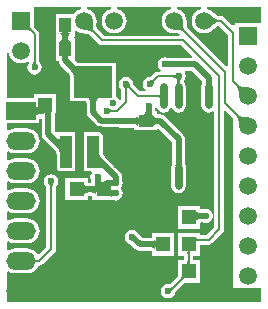
<source format=gbl>
G04 Layer_Physical_Order=2*
G04 Layer_Color=16711680*
%FSLAX44Y44*%
%MOMM*%
G71*
G01*
G75*
%ADD11R,1.3000X1.0000*%
%ADD12C,0.5000*%
%ADD13C,0.2000*%
%ADD15R,1.5000X1.5000*%
%ADD16C,1.5000*%
%ADD17O,2.5000X1.5000*%
%ADD18R,2.5000X1.5000*%
%ADD19C,0.6000*%
%ADD20R,1.0000X2.7000*%
%ADD21R,3.3000X2.7000*%
%ADD22O,0.6000X2.2000*%
%ADD23R,1.2500X1.3000*%
%ADD24R,1.3000X1.2500*%
%ADD25R,1.0000X1.3000*%
G36*
X199663Y-95318D02*
X200131Y-95606D01*
X200684Y-95859D01*
X201322Y-96077D01*
X202046Y-96259D01*
X202854Y-96406D01*
X203747Y-96517D01*
X205787Y-96635D01*
X206935Y-96640D01*
X199510Y-104065D01*
X199505Y-102917D01*
X199387Y-100877D01*
X199276Y-99984D01*
X199129Y-99176D01*
X198947Y-98453D01*
X198729Y-97814D01*
X198476Y-97261D01*
X198188Y-96793D01*
X197865Y-96409D01*
X199279Y-94995D01*
X199663Y-95318D01*
D02*
G37*
G36*
X27729Y-86915D02*
X27880Y-87340D01*
X28132Y-87715D01*
X28484Y-88040D01*
X28937Y-88315D01*
X29490Y-88540D01*
X30144Y-88715D01*
X30898Y-88840D01*
X31754Y-88915D01*
X32710Y-88940D01*
Y-93940D01*
X31754Y-93965D01*
X30898Y-94040D01*
X30144Y-94165D01*
X29490Y-94340D01*
X28937Y-94565D01*
X28484Y-94840D01*
X28132Y-95165D01*
X27880Y-95540D01*
X27729Y-95965D01*
X27679Y-96440D01*
Y-86440D01*
X27729Y-86915D01*
D02*
G37*
G36*
X114180Y-104920D02*
X114130Y-104450D01*
X113981Y-104031D01*
X113730Y-103660D01*
X113380Y-103339D01*
X112930Y-103067D01*
X112381Y-102845D01*
X111730Y-102672D01*
X110981Y-102549D01*
X110131Y-102475D01*
X109180Y-102450D01*
Y-97450D01*
X110131Y-97425D01*
X110981Y-97351D01*
X111730Y-97228D01*
X112381Y-97055D01*
X112930Y-96833D01*
X113380Y-96561D01*
X113730Y-96240D01*
X113981Y-95870D01*
X114130Y-95450D01*
X114180Y-94980D01*
Y-104920D01*
D02*
G37*
G36*
X127170Y-95450D02*
X127319Y-95870D01*
X127570Y-96240D01*
X127920Y-96561D01*
X128370Y-96833D01*
X128919Y-97055D01*
X129570Y-97228D01*
X130319Y-97351D01*
X131170Y-97425D01*
X132120Y-97450D01*
Y-102450D01*
X131170Y-102475D01*
X130319Y-102549D01*
X129570Y-102672D01*
X128919Y-102845D01*
X128370Y-103067D01*
X127920Y-103339D01*
X127570Y-103660D01*
X127319Y-104031D01*
X127170Y-104450D01*
X127120Y-104920D01*
Y-94980D01*
X127170Y-95450D01*
D02*
G37*
G36*
X41758Y-90490D02*
X41515Y-90639D01*
X41301Y-90890D01*
X41115Y-91240D01*
X40957Y-91690D01*
X40829Y-92240D01*
X40729Y-92889D01*
X40657Y-93639D01*
X40600Y-95440D01*
X35600D01*
X35575Y-94489D01*
X35500Y-93639D01*
X35375Y-92889D01*
X35200Y-92240D01*
X34975Y-91690D01*
X34700Y-91240D01*
X34375Y-90890D01*
X34000Y-90639D01*
X33575Y-90490D01*
X33100Y-90440D01*
X42030D01*
X41758Y-90490D01*
D02*
G37*
G36*
X80725Y-80540D02*
X80300Y-80689D01*
X79925Y-80940D01*
X79600Y-81290D01*
X79325Y-81740D01*
X79100Y-82289D01*
X78925Y-82940D01*
X78800Y-83689D01*
X78725Y-84539D01*
X78700Y-85490D01*
X73700D01*
X73675Y-84539D01*
X73600Y-83689D01*
X73475Y-82940D01*
X73300Y-82289D01*
X73075Y-81740D01*
X72800Y-81290D01*
X72475Y-80940D01*
X72100Y-80689D01*
X71675Y-80540D01*
X71200Y-80490D01*
X81200D01*
X80725Y-80540D01*
D02*
G37*
G36*
X132925Y-81030D02*
X132905Y-80840D01*
X132844Y-80670D01*
X132743Y-80520D01*
X132600Y-80390D01*
X132418Y-80280D01*
X132194Y-80190D01*
X131930Y-80120D01*
X131626Y-80070D01*
X131281Y-80040D01*
X130895Y-80030D01*
Y-78030D01*
X131281Y-78020D01*
X131626Y-77990D01*
X131930Y-77940D01*
X132194Y-77870D01*
X132418Y-77780D01*
X132600Y-77670D01*
X132743Y-77540D01*
X132844Y-77390D01*
X132905Y-77220D01*
X132925Y-77030D01*
Y-81030D01*
D02*
G37*
G36*
X125704Y-90931D02*
X125819Y-92530D01*
X125919Y-93181D01*
X126047Y-93730D01*
X126205Y-94180D01*
X126390Y-94530D01*
X126605Y-94781D01*
X126848Y-94930D01*
X127120Y-94980D01*
X118190D01*
X118665Y-94930D01*
X119090Y-94781D01*
X119465Y-94530D01*
X119790Y-94180D01*
X120065Y-93730D01*
X120290Y-93181D01*
X120465Y-92530D01*
X120590Y-91781D01*
X120665Y-90931D01*
X120690Y-89980D01*
X125690D01*
X125704Y-90931D01*
D02*
G37*
G36*
X89991Y-89549D02*
X90217Y-89736D01*
X90449Y-89901D01*
X90688Y-90044D01*
X90933Y-90165D01*
X91185Y-90264D01*
X91443Y-90341D01*
X91708Y-90396D01*
X91980Y-90429D01*
X92258Y-90440D01*
Y-92440D01*
X91980Y-92451D01*
X91708Y-92484D01*
X91443Y-92539D01*
X91185Y-92616D01*
X90933Y-92715D01*
X90688Y-92836D01*
X90449Y-92979D01*
X90217Y-93144D01*
X89991Y-93331D01*
X89772Y-93540D01*
Y-89340D01*
X89991Y-89549D01*
D02*
G37*
G36*
X48261Y-128122D02*
X48225Y-127420D01*
X48118Y-126717D01*
X47940Y-126013D01*
X47690Y-125308D01*
X47369Y-124601D01*
X46977Y-123893D01*
X46514Y-123185D01*
X45979Y-122474D01*
X45373Y-121763D01*
X44695Y-121051D01*
Y-113979D01*
X45373Y-114621D01*
X45979Y-115120D01*
X46514Y-115477D01*
X46977Y-115691D01*
X47369Y-115762D01*
X47690Y-115691D01*
X47940Y-115477D01*
X48118Y-115120D01*
X48225Y-114621D01*
X48261Y-113979D01*
Y-128122D01*
D02*
G37*
G36*
X158060Y-219246D02*
X158090Y-219592D01*
X158140Y-219896D01*
X158210Y-220160D01*
X158300Y-220383D01*
X158410Y-220566D01*
X158540Y-220708D01*
X158690Y-220810D01*
X158860Y-220871D01*
X159050Y-220891D01*
X155050D01*
X155240Y-220871D01*
X155410Y-220810D01*
X155560Y-220708D01*
X155690Y-220566D01*
X155800Y-220383D01*
X155890Y-220160D01*
X155960Y-219896D01*
X156010Y-219592D01*
X156040Y-219246D01*
X156050Y-218860D01*
X158050D01*
X158060Y-219246D01*
D02*
G37*
G36*
X27432Y-216637D02*
X27499Y-216806D01*
X27611Y-216954D01*
X27768Y-217083D01*
X27969Y-217192D01*
X28215Y-217281D01*
X28506Y-217351D01*
X28842Y-217400D01*
X29222Y-217430D01*
X29647Y-217440D01*
Y-219440D01*
X29222Y-219450D01*
X28842Y-219480D01*
X28506Y-219529D01*
X28215Y-219599D01*
X27969Y-219688D01*
X27768Y-219797D01*
X27611Y-219926D01*
X27499Y-220074D01*
X27432Y-220243D01*
X27410Y-220431D01*
Y-216449D01*
X27432Y-216637D01*
D02*
G37*
G36*
X143958Y-242267D02*
X143777Y-242458D01*
X143605Y-242661D01*
X143443Y-242876D01*
X143291Y-243103D01*
X143013Y-243591D01*
X142889Y-243853D01*
X142668Y-244412D01*
X142571Y-244709D01*
X140627Y-240987D01*
X140893Y-241059D01*
X141153Y-241102D01*
X141407Y-241115D01*
X141656Y-241099D01*
X141898Y-241052D01*
X142134Y-240976D01*
X142365Y-240870D01*
X142590Y-240735D01*
X142808Y-240570D01*
X143021Y-240375D01*
X143958Y-242267D01*
D02*
G37*
G36*
X153839Y-233769D02*
X153678Y-233667D01*
X153490Y-233620D01*
X153275Y-233627D01*
X153033Y-233689D01*
X152764Y-233806D01*
X152467Y-233978D01*
X152144Y-234205D01*
X151793Y-234487D01*
X151011Y-235214D01*
X149416Y-233979D01*
X149823Y-233559D01*
X150462Y-232809D01*
X150694Y-232480D01*
X150868Y-232182D01*
X150983Y-231914D01*
X151040Y-231677D01*
X151039Y-231471D01*
X150979Y-231296D01*
X150861Y-231151D01*
X153839Y-233769D01*
D02*
G37*
G36*
X158860Y-210929D02*
X158690Y-210990D01*
X158540Y-211092D01*
X158410Y-211234D01*
X158300Y-211417D01*
X158210Y-211640D01*
X158140Y-211904D01*
X158090Y-212208D01*
X158060Y-212554D01*
X158050Y-212939D01*
X156050D01*
X156040Y-212554D01*
X156010Y-212208D01*
X155960Y-211904D01*
X155890Y-211640D01*
X155800Y-211417D01*
X155690Y-211234D01*
X155560Y-211092D01*
X155410Y-210990D01*
X155240Y-210929D01*
X155050Y-210909D01*
X159050D01*
X158860Y-210929D01*
D02*
G37*
G36*
X42531Y-153491D02*
X42344Y-153717D01*
X42179Y-153949D01*
X42036Y-154188D01*
X41915Y-154433D01*
X41816Y-154685D01*
X41739Y-154943D01*
X41684Y-155209D01*
X41651Y-155480D01*
X41640Y-155758D01*
X39640D01*
X39629Y-155480D01*
X39596Y-155209D01*
X39541Y-154943D01*
X39464Y-154685D01*
X39365Y-154433D01*
X39244Y-154188D01*
X39101Y-153949D01*
X38936Y-153717D01*
X38749Y-153491D01*
X38540Y-153272D01*
X42740D01*
X42531Y-153491D01*
D02*
G37*
G36*
X151094Y-133350D02*
X151342Y-137717D01*
X151408Y-138026D01*
X151483Y-138255D01*
X145697D01*
X145772Y-138026D01*
X145838Y-137717D01*
X145897Y-137330D01*
X145992Y-136319D01*
X146074Y-134211D01*
X146090Y-132410D01*
X151090D01*
X151094Y-133350D01*
D02*
G37*
G36*
X163290Y-198850D02*
X163349Y-199020D01*
X163449Y-199170D01*
X163589Y-199300D01*
X163769Y-199410D01*
X163990Y-199500D01*
X164249Y-199570D01*
X164550Y-199620D01*
X164890Y-199650D01*
X165270Y-199660D01*
Y-201660D01*
X164890Y-201670D01*
X164550Y-201700D01*
X164249Y-201750D01*
X163990Y-201820D01*
X163769Y-201910D01*
X163589Y-202020D01*
X163449Y-202150D01*
X163349Y-202300D01*
X163290Y-202470D01*
X163270Y-202660D01*
Y-198660D01*
X163290Y-198850D01*
D02*
G37*
G36*
X163289Y-175815D02*
X163440Y-176240D01*
X163692Y-176615D01*
X164044Y-176940D01*
X164497Y-177215D01*
X165050Y-177440D01*
X165704Y-177615D01*
X166458Y-177740D01*
X167314Y-177815D01*
X168270Y-177840D01*
Y-182840D01*
X167314Y-182865D01*
X166458Y-182940D01*
X165704Y-183065D01*
X165050Y-183240D01*
X164497Y-183465D01*
X164044Y-183740D01*
X163692Y-184065D01*
X163440Y-184440D01*
X163289Y-184865D01*
X163239Y-185340D01*
Y-175340D01*
X163289Y-175815D01*
D02*
G37*
G36*
X176352Y-10797D02*
X177878Y-12157D01*
X178588Y-12710D01*
X179263Y-13177D01*
X179903Y-13560D01*
X180508Y-13858D01*
X181078Y-14070D01*
X181613Y-14197D01*
X182113Y-14240D01*
Y-16240D01*
X181613Y-16283D01*
X181078Y-16410D01*
X180508Y-16623D01*
X179903Y-16920D01*
X179263Y-17303D01*
X178588Y-17770D01*
X177878Y-18322D01*
X176352Y-19683D01*
X175536Y-20490D01*
Y-9990D01*
X176352Y-10797D01*
D02*
G37*
G36*
X22596Y-20037D02*
X22540Y-20220D01*
Y-20433D01*
X22596Y-20673D01*
X22710Y-20942D01*
X22879Y-21239D01*
X23105Y-21564D01*
X23388Y-21918D01*
X24124Y-22710D01*
X22710Y-24124D01*
X22299Y-23728D01*
X21564Y-23105D01*
X21239Y-22879D01*
X20942Y-22710D01*
X20673Y-22596D01*
X20433Y-22540D01*
X20220D01*
X20037Y-22596D01*
X19881Y-22710D01*
X22710Y-19881D01*
X22596Y-20037D01*
D02*
G37*
G36*
X55193Y-45837D02*
X55142Y-45922D01*
X55097Y-46064D01*
X55058Y-46262D01*
X55025Y-46517D01*
X54977Y-47196D01*
X54950Y-48640D01*
X49950D01*
X49947Y-48102D01*
X49803Y-46064D01*
X49758Y-45922D01*
X49707Y-45837D01*
X49650Y-45809D01*
X55251D01*
X55193Y-45837D01*
D02*
G37*
G36*
X218681Y-17202D02*
X217510Y-17440D01*
X217510Y-17440D01*
X217510Y-17440D01*
X196510D01*
Y-19050D01*
X194310D01*
X194310Y-19050D01*
Y-19050D01*
X193235Y-18558D01*
X187034Y-12356D01*
X185711Y-11472D01*
X184150Y-11162D01*
X184150Y-11162D01*
X182069D01*
X181971Y-11138D01*
X181721Y-11045D01*
X181365Y-10870D01*
X180920Y-10604D01*
X180399Y-10244D01*
X179836Y-9806D01*
X178447Y-8568D01*
X177815Y-7942D01*
X177669Y-7751D01*
X175475Y-6068D01*
X172921Y-5010D01*
X172662Y-4976D01*
X172746Y-3706D01*
X218681D01*
Y-17202D01*
D02*
G37*
G36*
X63285Y-24412D02*
X65839Y-25470D01*
X67077Y-25633D01*
X67352Y-25726D01*
X69613Y-26028D01*
X70486Y-26182D01*
X72046Y-26546D01*
X72576Y-26711D01*
X73002Y-26874D01*
X73280Y-27009D01*
X73362Y-27060D01*
X80936Y-34634D01*
X82259Y-35518D01*
X83820Y-35828D01*
X150711D01*
X160171Y-45289D01*
X159685Y-46462D01*
X139567D01*
X139501Y-46418D01*
X137160Y-45953D01*
X134819Y-46418D01*
X132834Y-47744D01*
X131508Y-49729D01*
X131042Y-52070D01*
X131508Y-54411D01*
X132834Y-56396D01*
X133561Y-56882D01*
X133176Y-58152D01*
X130810D01*
X129249Y-58462D01*
X127926Y-59346D01*
X127926Y-59346D01*
X124782Y-62490D01*
X124770Y-62494D01*
X124737Y-62502D01*
X124696Y-62509D01*
X124460Y-62463D01*
X122119Y-62928D01*
X120134Y-64254D01*
X118808Y-66239D01*
X118343Y-68580D01*
X118808Y-70921D01*
X120134Y-72906D01*
X121295Y-73682D01*
X120910Y-74952D01*
X116279D01*
X110230Y-68902D01*
X110226Y-68890D01*
X110218Y-68857D01*
X110211Y-68816D01*
X110258Y-68580D01*
X109792Y-66239D01*
X108466Y-64254D01*
X106481Y-62928D01*
X104140Y-62463D01*
X101799Y-62928D01*
X99814Y-64254D01*
X98488Y-66239D01*
X98022Y-68580D01*
X98488Y-70921D01*
X99814Y-72906D01*
X100014Y-73039D01*
X100039Y-73074D01*
X100056Y-73102D01*
X100062Y-73114D01*
Y-81585D01*
X99260Y-82261D01*
X97884Y-82033D01*
X97036Y-80764D01*
X95700Y-79872D01*
Y-50520D01*
X62526D01*
X62365Y-50406D01*
X60818Y-49077D01*
X60450Y-48709D01*
Y-33260D01*
X60461Y-33224D01*
X60450Y-33102D01*
Y-33043D01*
X60478Y-32901D01*
X60450Y-32758D01*
Y-29870D01*
X60328D01*
X59946Y-29210D01*
X60328Y-28550D01*
X60450D01*
Y-25662D01*
X60478Y-25519D01*
X60450Y-25377D01*
Y-25318D01*
X60461Y-25196D01*
X60450Y-25160D01*
Y-23837D01*
X61720Y-23211D01*
X63285Y-24412D01*
D02*
G37*
G36*
X142298Y-4976D02*
X142039Y-5010D01*
X139485Y-6068D01*
X137291Y-7751D01*
X135608Y-9945D01*
X134550Y-12499D01*
X134189Y-15240D01*
X134550Y-17981D01*
X135608Y-20535D01*
X137291Y-22729D01*
X139485Y-24412D01*
X142039Y-25470D01*
X144780Y-25831D01*
X145018Y-25799D01*
X145907Y-25804D01*
X147766Y-25911D01*
X148473Y-25999D01*
X149096Y-26112D01*
X149255Y-26152D01*
X149398Y-26402D01*
X148685Y-27632D01*
X148609Y-27672D01*
X85509D01*
X79271Y-21433D01*
X79223Y-21355D01*
X79137Y-21155D01*
X79042Y-20840D01*
X78958Y-20406D01*
X78897Y-19856D01*
X78872Y-19236D01*
X78948Y-17530D01*
X79057Y-16551D01*
X79033Y-16281D01*
X79171Y-15240D01*
X78810Y-12499D01*
X77752Y-9945D01*
X76069Y-7751D01*
X73875Y-6068D01*
X71321Y-5010D01*
X71062Y-4976D01*
X71146Y-3706D01*
X91414D01*
X91498Y-4976D01*
X91239Y-5010D01*
X88685Y-6068D01*
X86491Y-7751D01*
X84808Y-9945D01*
X83750Y-12499D01*
X83389Y-15240D01*
X83750Y-17981D01*
X84808Y-20535D01*
X86491Y-22729D01*
X88685Y-24412D01*
X91239Y-25470D01*
X93980Y-25831D01*
X96721Y-25470D01*
X99275Y-24412D01*
X101469Y-22729D01*
X103152Y-20535D01*
X104210Y-17981D01*
X104571Y-15240D01*
X104210Y-12499D01*
X103152Y-9945D01*
X101469Y-7751D01*
X99275Y-6068D01*
X96721Y-5010D01*
X96462Y-4976D01*
X96546Y-3706D01*
X142214D01*
X142298Y-4976D01*
D02*
G37*
G36*
X75896Y-17293D02*
X75810Y-19230D01*
X75845Y-20086D01*
X75931Y-20867D01*
X76069Y-21574D01*
X76259Y-22206D01*
X76500Y-22763D01*
X76792Y-23245D01*
X77137Y-23653D01*
X75550Y-24895D01*
X75202Y-24602D01*
X74757Y-24325D01*
X74217Y-24065D01*
X73581Y-23820D01*
X72849Y-23592D01*
X71099Y-23184D01*
X70081Y-23005D01*
X67757Y-22695D01*
X76017Y-16212D01*
X75896Y-17293D01*
D02*
G37*
G36*
X152285Y-16463D02*
X152403Y-18503D01*
X152514Y-19396D01*
X152661Y-20204D01*
X152843Y-20928D01*
X153061Y-21566D01*
X153314Y-22119D01*
X153602Y-22587D01*
X153925Y-22971D01*
X152511Y-24385D01*
X152127Y-24062D01*
X151659Y-23774D01*
X151106Y-23521D01*
X150468Y-23303D01*
X149744Y-23121D01*
X148936Y-22974D01*
X148043Y-22863D01*
X146003Y-22745D01*
X144855Y-22740D01*
X152280Y-15315D01*
X152285Y-16463D01*
D02*
G37*
G36*
X56950Y-25570D02*
X56530Y-25719D01*
X56160Y-25970D01*
X55839Y-26319D01*
X55567Y-26769D01*
X55345Y-27320D01*
X55172Y-27970D01*
X55049Y-28719D01*
X55006Y-29210D01*
X55049Y-29701D01*
X55172Y-30450D01*
X55345Y-31100D01*
X55567Y-31651D01*
X55839Y-32101D01*
X56160Y-32450D01*
X56530Y-32701D01*
X56950Y-32850D01*
X57420Y-32901D01*
X47481D01*
X47950Y-32850D01*
X48369Y-32701D01*
X48740Y-32450D01*
X49061Y-32101D01*
X49333Y-31651D01*
X49555Y-31100D01*
X49728Y-30450D01*
X49851Y-29701D01*
X49894Y-29210D01*
X49851Y-28719D01*
X49728Y-27970D01*
X49555Y-27320D01*
X49333Y-26769D01*
X49061Y-26319D01*
X48740Y-25970D01*
X48369Y-25719D01*
X47950Y-25570D01*
X47481Y-25519D01*
X57420D01*
X56950Y-25570D01*
D02*
G37*
G36*
X27681Y-50260D02*
X27714Y-50532D01*
X27769Y-50797D01*
X27846Y-51055D01*
X27945Y-51307D01*
X28066Y-51552D01*
X28209Y-51791D01*
X28374Y-52023D01*
X28561Y-52249D01*
X28770Y-52468D01*
X24570D01*
X24779Y-52249D01*
X24966Y-52023D01*
X25131Y-51791D01*
X25274Y-51552D01*
X25395Y-51307D01*
X25494Y-51055D01*
X25571Y-50797D01*
X25626Y-50532D01*
X25659Y-50260D01*
X25670Y-49982D01*
X27670D01*
X27681Y-50260D01*
D02*
G37*
G36*
X150481Y-64591D02*
X150294Y-64817D01*
X150129Y-65049D01*
X149986Y-65288D01*
X149865Y-65533D01*
X149766Y-65785D01*
X149689Y-66043D01*
X149634Y-66308D01*
X149601Y-66580D01*
X149598Y-66649D01*
X149600Y-66727D01*
X149678Y-67564D01*
X149747Y-67904D01*
X149835Y-68192D01*
X149943Y-68427D01*
X150071Y-68610D01*
X150218Y-68741D01*
X150385Y-68820D01*
X150571Y-68846D01*
X146609D01*
X146795Y-68820D01*
X146962Y-68741D01*
X147109Y-68610D01*
X147237Y-68427D01*
X147345Y-68192D01*
X147433Y-67904D01*
X147502Y-67564D01*
X147551Y-67172D01*
X147580Y-66727D01*
X147582Y-66649D01*
X147579Y-66580D01*
X147546Y-66308D01*
X147491Y-66043D01*
X147414Y-65785D01*
X147315Y-65533D01*
X147194Y-65288D01*
X147051Y-65049D01*
X146886Y-64817D01*
X146699Y-64591D01*
X146490Y-64372D01*
X150690D01*
X150481Y-64591D01*
D02*
G37*
G36*
X128440Y-66014D02*
X128251Y-66219D01*
X128082Y-66434D01*
X127934Y-66661D01*
X127805Y-66898D01*
X127697Y-67146D01*
X127609Y-67405D01*
X127542Y-67675D01*
X127494Y-67956D01*
X127467Y-68247D01*
X127460Y-68550D01*
X124490Y-65580D01*
X124793Y-65573D01*
X125084Y-65546D01*
X125365Y-65498D01*
X125635Y-65431D01*
X125894Y-65343D01*
X126142Y-65235D01*
X126379Y-65106D01*
X126606Y-64958D01*
X126821Y-64789D01*
X127026Y-64600D01*
X128440Y-66014D01*
D02*
G37*
G36*
X176584Y-69532D02*
X171396D01*
X171414Y-69459D01*
X171430Y-69288D01*
X171467Y-68191D01*
X171490Y-64410D01*
X176490D01*
X176584Y-69532D01*
D02*
G37*
G36*
X199663Y-69918D02*
X200131Y-70206D01*
X200684Y-70459D01*
X201322Y-70677D01*
X202046Y-70859D01*
X202854Y-71006D01*
X203747Y-71117D01*
X205787Y-71235D01*
X206935Y-71240D01*
X199510Y-78665D01*
X199505Y-77517D01*
X199387Y-75477D01*
X199276Y-74584D01*
X199129Y-73776D01*
X198947Y-73053D01*
X198729Y-72414D01*
X198476Y-71861D01*
X198188Y-71393D01*
X197865Y-71009D01*
X199279Y-69595D01*
X199663Y-69918D01*
D02*
G37*
G36*
X107147Y-68913D02*
X107174Y-69204D01*
X107222Y-69485D01*
X107289Y-69755D01*
X107377Y-70014D01*
X107485Y-70262D01*
X107614Y-70499D01*
X107762Y-70726D01*
X107931Y-70941D01*
X108120Y-71146D01*
X106706Y-72560D01*
X106501Y-72371D01*
X106286Y-72202D01*
X106059Y-72054D01*
X105822Y-71925D01*
X105574Y-71817D01*
X105466Y-71780D01*
X105415Y-71883D01*
X105316Y-72135D01*
X105239Y-72393D01*
X105184Y-72659D01*
X105151Y-72930D01*
X105140Y-73208D01*
X103140D01*
X103129Y-72930D01*
X103096Y-72659D01*
X103041Y-72393D01*
X102964Y-72135D01*
X102865Y-71883D01*
X102744Y-71638D01*
X102601Y-71399D01*
X102436Y-71167D01*
X102249Y-70941D01*
X102040Y-70722D01*
X105027D01*
X107140Y-68610D01*
X107147Y-68913D01*
D02*
G37*
G36*
X66098Y-4976D02*
X65839Y-5010D01*
X63285Y-6068D01*
X61091Y-7751D01*
X59711Y-9550D01*
X44450D01*
Y-25160D01*
X44439Y-25196D01*
X44450Y-25318D01*
Y-25377D01*
X44422Y-25519D01*
X44450Y-25662D01*
Y-28550D01*
X44572D01*
X44953Y-29210D01*
X44572Y-29870D01*
X44450D01*
Y-32758D01*
X44422Y-32901D01*
X44450Y-33043D01*
Y-33102D01*
X44439Y-33224D01*
X44450Y-33260D01*
Y-48870D01*
X46888D01*
X47269Y-50786D01*
X48485Y-52605D01*
X55100Y-59221D01*
X55499Y-59675D01*
X56036Y-60356D01*
X56439Y-60944D01*
X56700Y-61403D01*
Y-83520D01*
X70464D01*
X70483Y-83590D01*
X70564Y-84076D01*
X70592Y-84403D01*
Y-92710D01*
X71019Y-94856D01*
X72235Y-96675D01*
X79205Y-103645D01*
X81024Y-104861D01*
X83170Y-105288D01*
X97703D01*
X99060Y-105558D01*
X110276D01*
X110598Y-105586D01*
X111088Y-105666D01*
X111150Y-105683D01*
Y-107950D01*
X114038D01*
X114180Y-107978D01*
X114323Y-107950D01*
X114382D01*
X114505Y-107961D01*
X114540Y-107950D01*
X126760D01*
X126795Y-107961D01*
X126918Y-107950D01*
X126977D01*
X127120Y-107978D01*
X127262Y-107950D01*
X130150D01*
Y-106857D01*
X131420Y-106330D01*
X142982Y-117893D01*
Y-135000D01*
X142938Y-136117D01*
X142860Y-136958D01*
X142829Y-137162D01*
X142815Y-137226D01*
X142788Y-137307D01*
X142749Y-137640D01*
X142472Y-139030D01*
Y-155030D01*
X142938Y-157371D01*
X144264Y-159356D01*
X146249Y-160682D01*
X148590Y-161147D01*
X150931Y-160682D01*
X152916Y-159356D01*
X154242Y-157371D01*
X154707Y-155030D01*
Y-139030D01*
X154431Y-137640D01*
X154391Y-137307D01*
X154380Y-137272D01*
X154198Y-134057D01*
Y-115570D01*
X153771Y-113424D01*
X152555Y-111605D01*
X136935Y-95985D01*
X135116Y-94769D01*
X132970Y-94342D01*
X131024D01*
X130702Y-94314D01*
X130212Y-94234D01*
X130150Y-94217D01*
Y-91950D01*
X128844D01*
X128798Y-91306D01*
Y-90037D01*
X128842Y-89971D01*
X128952Y-89416D01*
X130153Y-89374D01*
X130252Y-89392D01*
X131564Y-91356D01*
X133549Y-92682D01*
X135890Y-93147D01*
X138231Y-92682D01*
X140216Y-91356D01*
X141542Y-89371D01*
X141593Y-89116D01*
X142887D01*
X142938Y-89371D01*
X144264Y-91356D01*
X146249Y-92682D01*
X148590Y-93147D01*
X150931Y-92682D01*
X152916Y-91356D01*
X154242Y-89371D01*
X154707Y-87030D01*
Y-71030D01*
X154242Y-68689D01*
X152916Y-66704D01*
Y-66556D01*
X154242Y-64571D01*
X154707Y-62230D01*
X154242Y-59889D01*
X153613Y-58948D01*
X154292Y-57678D01*
X160237D01*
X168382Y-65823D01*
Y-68623D01*
X168338Y-68689D01*
X167873Y-71030D01*
Y-87030D01*
X168338Y-89371D01*
X169664Y-91356D01*
X171649Y-92682D01*
X173990Y-93147D01*
X176331Y-92682D01*
X177532Y-91880D01*
X178802Y-92558D01*
Y-180034D01*
X177532Y-180159D01*
X177369Y-179344D01*
X177102Y-177999D01*
X175776Y-176014D01*
X173791Y-174688D01*
X171450Y-174223D01*
X169109Y-174688D01*
X169043Y-174732D01*
X167174D01*
X166843Y-174703D01*
X166351Y-174622D01*
X166300Y-174608D01*
Y-172110D01*
X147800D01*
Y-191110D01*
X166300D01*
Y-186072D01*
X166351Y-186058D01*
X166843Y-185977D01*
X167174Y-185948D01*
X169043D01*
X169109Y-185992D01*
X171450Y-186458D01*
X173791Y-185992D01*
X175776Y-184666D01*
X177102Y-182681D01*
X177369Y-181336D01*
X177532Y-180520D01*
X178802Y-180646D01*
Y-190081D01*
X172301Y-196582D01*
X166300D01*
Y-194970D01*
X147800D01*
Y-213970D01*
X152972D01*
Y-217830D01*
X147800D01*
Y-231217D01*
X147654Y-231388D01*
X141051Y-237991D01*
X139700Y-237722D01*
X137359Y-238188D01*
X135374Y-239514D01*
X134048Y-241499D01*
X133582Y-243840D01*
X134048Y-246181D01*
X135374Y-248166D01*
X137359Y-249492D01*
X139700Y-249958D01*
X142041Y-249492D01*
X144026Y-248166D01*
X145352Y-246181D01*
X145444Y-245720D01*
X145481Y-245654D01*
X145548Y-245448D01*
X145695Y-245074D01*
X145728Y-245005D01*
X145893Y-244715D01*
X145934Y-244653D01*
X145964Y-244614D01*
X153525Y-237052D01*
X153765Y-236830D01*
X166300D01*
Y-217830D01*
X161128D01*
Y-213970D01*
X166300D01*
Y-204738D01*
X173990D01*
X173990Y-204738D01*
X175551Y-204428D01*
X176874Y-203544D01*
X185764Y-194654D01*
X185764Y-194654D01*
X186648Y-193331D01*
X186958Y-191770D01*
X186958Y-191770D01*
Y-91515D01*
X188132Y-91029D01*
X194310Y-97208D01*
Y-241300D01*
X204101D01*
X204269Y-241370D01*
X207010Y-241731D01*
X209751Y-241370D01*
X209919Y-241300D01*
X218681D01*
Y-252971D01*
X3569D01*
Y-227992D01*
X4708Y-227430D01*
X4945Y-227612D01*
X7499Y-228670D01*
X10240Y-229031D01*
X20240D01*
X22981Y-228670D01*
X25535Y-227612D01*
X27729Y-225929D01*
X29412Y-223735D01*
X29916Y-222518D01*
X30480D01*
X30480Y-222518D01*
X32041Y-222208D01*
X33364Y-221324D01*
X43524Y-211164D01*
X43524Y-211164D01*
X44408Y-209841D01*
X44718Y-208280D01*
Y-155664D01*
X44724Y-155653D01*
X44742Y-155624D01*
X44766Y-155589D01*
X44966Y-155456D01*
X46292Y-153471D01*
X46757Y-151130D01*
X46292Y-148789D01*
X44966Y-146804D01*
X42981Y-145478D01*
X40640Y-145013D01*
X38299Y-145478D01*
X36314Y-146804D01*
X34988Y-148789D01*
X34523Y-151130D01*
X34988Y-153471D01*
X36314Y-155456D01*
X36514Y-155589D01*
X36539Y-155624D01*
X36556Y-155652D01*
X36562Y-155664D01*
Y-206591D01*
X30496Y-212657D01*
X28891Y-212466D01*
X27729Y-210951D01*
X25535Y-209268D01*
X22981Y-208210D01*
X20240Y-207849D01*
X10240D01*
X7499Y-208210D01*
X4945Y-209268D01*
X4708Y-209450D01*
X3569Y-208888D01*
Y-202591D01*
X4708Y-202030D01*
X4945Y-202212D01*
X7499Y-203270D01*
X10240Y-203631D01*
X20240D01*
X22981Y-203270D01*
X25535Y-202212D01*
X27729Y-200529D01*
X29412Y-198335D01*
X30470Y-195781D01*
X30831Y-193040D01*
X30470Y-190299D01*
X29412Y-187745D01*
X27729Y-185551D01*
X25535Y-183868D01*
X22981Y-182810D01*
X20240Y-182449D01*
X10240D01*
X7499Y-182810D01*
X4945Y-183868D01*
X4708Y-184050D01*
X3569Y-183489D01*
Y-177192D01*
X4708Y-176630D01*
X4945Y-176812D01*
X7499Y-177870D01*
X10240Y-178231D01*
X20240D01*
X22981Y-177870D01*
X25535Y-176812D01*
X27729Y-175129D01*
X29412Y-172935D01*
X30470Y-170381D01*
X30831Y-167640D01*
X30470Y-164899D01*
X29412Y-162345D01*
X27729Y-160151D01*
X25535Y-158468D01*
X22981Y-157410D01*
X20240Y-157049D01*
X10240D01*
X7499Y-157410D01*
X4945Y-158468D01*
X4708Y-158650D01*
X3569Y-158089D01*
Y-151791D01*
X4708Y-151230D01*
X4945Y-151412D01*
X7499Y-152470D01*
X10240Y-152831D01*
X20240D01*
X22981Y-152470D01*
X25535Y-151412D01*
X27729Y-149729D01*
X29412Y-147535D01*
X30470Y-144981D01*
X30831Y-142240D01*
X30470Y-139499D01*
X29412Y-136945D01*
X27729Y-134751D01*
X25535Y-133068D01*
X22981Y-132010D01*
X20240Y-131649D01*
X10240D01*
X7499Y-132010D01*
X4945Y-133068D01*
X4708Y-133250D01*
X3569Y-132689D01*
Y-126391D01*
X4708Y-125830D01*
X4945Y-126012D01*
X7499Y-127070D01*
X10240Y-127431D01*
X20240D01*
X22981Y-127070D01*
X25535Y-126012D01*
X27729Y-124329D01*
X29412Y-122135D01*
X30470Y-119581D01*
X30831Y-116840D01*
X30470Y-114099D01*
X29412Y-111545D01*
X27729Y-109351D01*
X25535Y-107668D01*
X22981Y-106610D01*
X20240Y-106249D01*
X10240D01*
X7499Y-106610D01*
X4945Y-107668D01*
X4708Y-107850D01*
X3569Y-107289D01*
Y-101940D01*
X30740D01*
Y-98246D01*
X31222Y-97993D01*
X32492Y-98761D01*
Y-110920D01*
X32919Y-113066D01*
X34135Y-114885D01*
X43321Y-124071D01*
X43591Y-124388D01*
X44009Y-124944D01*
X44356Y-125474D01*
X44635Y-125977D01*
X44851Y-126453D01*
X45009Y-126901D01*
X45117Y-127324D01*
X45178Y-127729D01*
X45200Y-128156D01*
Y-142520D01*
X61200D01*
Y-109520D01*
X45200D01*
X45200Y-109520D01*
Y-109520D01*
X44130Y-109020D01*
X43708Y-108597D01*
Y-93946D01*
X43711Y-93834D01*
X43746Y-93470D01*
X45060D01*
Y-90582D01*
X45088Y-90440D01*
X45060Y-90297D01*
Y-77470D01*
X26060D01*
Y-80940D01*
X3569D01*
Y-42160D01*
X4839Y-42077D01*
X5010Y-43381D01*
X6068Y-45935D01*
X7751Y-48129D01*
X9945Y-49812D01*
X12499Y-50870D01*
X15240Y-51231D01*
X17981Y-50870D01*
X20535Y-49812D01*
X20561Y-49792D01*
X21932Y-50341D01*
X22003Y-50795D01*
X21018Y-52269D01*
X20552Y-54610D01*
X21018Y-56951D01*
X22344Y-58936D01*
X24329Y-60262D01*
X26670Y-60728D01*
X29011Y-60262D01*
X30996Y-58936D01*
X32322Y-56951D01*
X32787Y-54610D01*
X32322Y-52269D01*
X30996Y-50284D01*
X30796Y-50151D01*
X30771Y-50116D01*
X30754Y-50088D01*
X30748Y-50076D01*
Y-26670D01*
X30438Y-25109D01*
X29554Y-23786D01*
X25966Y-20199D01*
X25751Y-19967D01*
X25768Y-19881D01*
X25740Y-19739D01*
Y-4976D01*
X25740Y-4740D01*
X26310Y-3706D01*
X66014D01*
X66098Y-4976D01*
D02*
G37*
G36*
X167698D02*
X167439Y-5010D01*
X164885Y-6068D01*
X162691Y-7751D01*
X161008Y-9945D01*
X159950Y-12499D01*
X159589Y-15240D01*
X159950Y-17981D01*
X161008Y-20535D01*
X162691Y-22729D01*
X164885Y-24412D01*
X167439Y-25470D01*
X170180Y-25831D01*
X172921Y-25470D01*
X175475Y-24412D01*
X177669Y-22729D01*
X177815Y-22538D01*
X178447Y-21913D01*
X179836Y-20674D01*
X180399Y-20236D01*
X180920Y-19876D01*
X181365Y-19610D01*
X181721Y-19435D01*
X181971Y-19342D01*
X182069Y-19318D01*
X182461D01*
X190232Y-27089D01*
Y-53265D01*
X189058Y-53751D01*
X156071Y-20763D01*
X156018Y-20677D01*
X155907Y-20434D01*
X155779Y-20059D01*
X155652Y-19557D01*
X155539Y-18933D01*
X155451Y-18226D01*
X155344Y-16367D01*
X155339Y-15478D01*
X155371Y-15240D01*
X155010Y-12499D01*
X153952Y-9945D01*
X152269Y-7751D01*
X150075Y-6068D01*
X147521Y-5010D01*
X147262Y-4976D01*
X147346Y-3706D01*
X167614D01*
X167698Y-4976D01*
D02*
G37*
G36*
X58495Y-51114D02*
X60478Y-52817D01*
X61328Y-53422D01*
X62083Y-53861D01*
X62742Y-54135D01*
X63307Y-54244D01*
X63777Y-54188D01*
X64152Y-53967D01*
X64432Y-53581D01*
X59761Y-62991D01*
X59935Y-62499D01*
X59990Y-61959D01*
X59928Y-61371D01*
X59748Y-60736D01*
X59451Y-60052D01*
X59035Y-59322D01*
X58502Y-58543D01*
X57851Y-57716D01*
X57082Y-56842D01*
X56195Y-55921D01*
X57361Y-50015D01*
X58495Y-51114D01*
D02*
G37*
G36*
X146448Y-64330D02*
X146229Y-64121D01*
X146003Y-63934D01*
X145771Y-63769D01*
X145532Y-63626D01*
X145287Y-63505D01*
X145035Y-63406D01*
X144777Y-63329D01*
X144511Y-63274D01*
X144240Y-63241D01*
X143962Y-63230D01*
Y-61230D01*
X144240Y-61219D01*
X144511Y-61186D01*
X144777Y-61131D01*
X145035Y-61054D01*
X145287Y-60955D01*
X145532Y-60834D01*
X145771Y-60691D01*
X146003Y-60526D01*
X146229Y-60339D01*
X146448Y-60130D01*
Y-64330D01*
D02*
G37*
%LPC*%
G36*
X109220Y-192003D02*
X106879Y-192468D01*
X104894Y-193794D01*
X103568Y-195779D01*
X103103Y-198120D01*
X103568Y-200461D01*
X104894Y-202446D01*
X106879Y-203772D01*
X106957Y-203787D01*
X111605Y-208435D01*
X113424Y-209651D01*
X115570Y-210078D01*
X124926D01*
X125257Y-210107D01*
X125749Y-210188D01*
X125800Y-210202D01*
Y-213970D01*
X144300D01*
Y-194970D01*
X125800D01*
Y-198738D01*
X125749Y-198752D01*
X125257Y-198833D01*
X124926Y-198862D01*
X117893D01*
X114887Y-195857D01*
X114872Y-195779D01*
X113546Y-193794D01*
X111561Y-192468D01*
X109220Y-192003D01*
D02*
G37*
G36*
X84200Y-109520D02*
X68200D01*
Y-142520D01*
X74474D01*
X75153Y-143790D01*
X74358Y-144979D01*
X73892Y-147320D01*
X74358Y-149661D01*
X74402Y-149727D01*
Y-152302D01*
X72604D01*
X72273Y-152273D01*
X71781Y-152192D01*
X71730Y-152178D01*
Y-148660D01*
X52730D01*
Y-167160D01*
X71730D01*
Y-163642D01*
X71781Y-163628D01*
X72273Y-163547D01*
X72604Y-163518D01*
X74716D01*
X75047Y-163547D01*
X75539Y-163628D01*
X75590Y-163642D01*
Y-167160D01*
X91161D01*
X91172Y-167164D01*
X91225Y-167160D01*
X91428D01*
X91574Y-167188D01*
X91713Y-167160D01*
X94005D01*
X95250Y-167407D01*
X97591Y-166942D01*
X99576Y-165616D01*
X100902Y-163631D01*
X101368Y-161290D01*
X100902Y-158949D01*
X100171Y-157855D01*
X99639Y-156845D01*
X100171Y-155835D01*
X100902Y-154741D01*
X101368Y-152400D01*
X100902Y-150059D01*
X100858Y-149993D01*
Y-147320D01*
X100431Y-145174D01*
X99215Y-143355D01*
X86081Y-130221D01*
X85812Y-129905D01*
X85394Y-129350D01*
X85048Y-128820D01*
X84769Y-128317D01*
X84553Y-127840D01*
X84393Y-127391D01*
X84285Y-126965D01*
X84223Y-126558D01*
X84200Y-126129D01*
Y-109520D01*
D02*
G37*
%LPD*%
G36*
X82529Y-148154D02*
X82585Y-148901D01*
X82678Y-149560D01*
X82809Y-150132D01*
X82978Y-150616D01*
X83183Y-151012D01*
X83427Y-151321D01*
X83707Y-151542D01*
X84025Y-151675D01*
X84381Y-151721D01*
X78621Y-151691D01*
X78410Y-151647D01*
X78221Y-151516D01*
X78054Y-151297D01*
X77910Y-150991D01*
X77788Y-150598D01*
X77688Y-150117D01*
X77610Y-149549D01*
X77521Y-148150D01*
X77510Y-147320D01*
X82510D01*
X82529Y-148154D01*
D02*
G37*
G36*
X81176Y-126872D02*
X81284Y-127576D01*
X81463Y-128280D01*
X81713Y-128986D01*
X82035Y-129693D01*
X82427Y-130400D01*
X82890Y-131109D01*
X83424Y-131818D01*
X84029Y-132528D01*
X84705Y-133239D01*
Y-140311D01*
X84522Y-140155D01*
X84301Y-140015D01*
X84042Y-139892D01*
X83745Y-139785D01*
X83411Y-139695D01*
X83038Y-139621D01*
X82628Y-139563D01*
X81693Y-139498D01*
X81170Y-139489D01*
X81139Y-126168D01*
X81176Y-126872D01*
D02*
G37*
G36*
X78651Y-162910D02*
X78601Y-162435D01*
X78450Y-162010D01*
X78198Y-161635D01*
X77846Y-161310D01*
X77393Y-161035D01*
X76840Y-160810D01*
X76186Y-160635D01*
X75431Y-160510D01*
X74576Y-160435D01*
X73660Y-160411D01*
X72744Y-160435D01*
X71888Y-160510D01*
X71134Y-160635D01*
X70480Y-160810D01*
X69927Y-161035D01*
X69474Y-161310D01*
X69122Y-161635D01*
X68870Y-162010D01*
X68719Y-162435D01*
X68669Y-162910D01*
Y-152910D01*
X68719Y-153385D01*
X68870Y-153810D01*
X69122Y-154185D01*
X69474Y-154510D01*
X69927Y-154785D01*
X70480Y-155010D01*
X71134Y-155185D01*
X71888Y-155310D01*
X72744Y-155385D01*
X73660Y-155409D01*
X74576Y-155385D01*
X75431Y-155310D01*
X76186Y-155185D01*
X76840Y-155010D01*
X77393Y-154785D01*
X77846Y-154510D01*
X78198Y-154185D01*
X78450Y-153810D01*
X78601Y-153385D01*
X78651Y-152910D01*
Y-162910D01*
D02*
G37*
G36*
X128861Y-209470D02*
X128811Y-208995D01*
X128660Y-208570D01*
X128408Y-208195D01*
X128056Y-207870D01*
X127603Y-207595D01*
X127050Y-207370D01*
X126396Y-207195D01*
X125641Y-207070D01*
X124786Y-206995D01*
X123830Y-206970D01*
Y-201970D01*
X124786Y-201945D01*
X125641Y-201870D01*
X126396Y-201745D01*
X127050Y-201570D01*
X127603Y-201345D01*
X128056Y-201070D01*
X128408Y-200745D01*
X128660Y-200370D01*
X128811Y-199945D01*
X128861Y-199470D01*
Y-209470D01*
D02*
G37*
G36*
X91567Y-157826D02*
X91680Y-158028D01*
X91866Y-158207D01*
X92127Y-158361D01*
X92462Y-158492D01*
X92871Y-158600D01*
X93355Y-158683D01*
X93912Y-158742D01*
X95250Y-158790D01*
Y-163790D01*
X94549Y-163793D01*
X91892Y-163956D01*
X91707Y-164007D01*
X91596Y-164065D01*
X91559Y-164130D01*
X91529Y-157599D01*
X91567Y-157826D01*
D02*
G37*
D11*
X35560Y-69470D02*
D03*
Y-85470D02*
D03*
X120650Y-115950D02*
D03*
Y-99950D02*
D03*
D12*
X52450Y-48640D02*
X76200Y-72390D01*
X82550Y-157910D02*
X88060Y-152400D01*
X76200Y-68580D02*
X85090Y-77470D01*
X88470Y-161290D02*
X95250D01*
X85090Y-157910D02*
X88470Y-161290D01*
X15240Y-91440D02*
X33400D01*
X38100Y-86740D01*
X15240Y-66040D02*
X33400D01*
X135890Y-161290D02*
Y-147030D01*
X38100Y-110920D02*
X53200Y-126020D01*
X38100Y-110920D02*
Y-86740D01*
X110580Y-126020D02*
X120650Y-115950D01*
X99200Y-126020D02*
X110580D01*
X76200Y-128270D02*
Y-126020D01*
Y-128270D02*
X95250Y-147320D01*
Y-152400D02*
Y-147320D01*
X99200Y-126020D02*
Y-123330D01*
X120650Y-138430D02*
Y-115950D01*
Y-138430D02*
X128270Y-146050D01*
X134910D01*
X135890Y-147030D01*
X161290D02*
X173990D01*
X135890Y-161290D02*
X143510Y-168910D01*
X161290Y-163830D02*
Y-147030D01*
X156210Y-168910D02*
X161290Y-163830D01*
X143510Y-168910D02*
X156210D01*
X161290Y-147030D02*
Y-79030D01*
X148590Y-147030D02*
Y-115570D01*
X123190Y-97410D02*
Y-87630D01*
X120650Y-99950D02*
X123190Y-97410D01*
X62230Y-157910D02*
X82550D01*
X80010Y-155370D02*
Y-147320D01*
Y-155370D02*
X82550Y-157910D01*
X88060Y-152400D02*
X95250D01*
X62230Y-179910D02*
X82550D01*
X54180D02*
X62230D01*
X40640Y-139700D02*
Y-129540D01*
X36450Y-21590D02*
X36710Y-21850D01*
X36450Y-58237D02*
X36710Y-57977D01*
X36450Y-69090D02*
Y-58237D01*
Y-69090D02*
X38100Y-70740D01*
X36710Y-57977D02*
Y-21850D01*
X33400Y-66040D02*
X36450Y-69090D01*
X76200Y-72390D02*
Y-68580D01*
X52450Y-48640D02*
Y-39370D01*
Y-21590D01*
X120650Y-99950D02*
X132970D01*
X148590Y-115570D01*
X135890Y-180770D02*
Y-161290D01*
X135050Y-181610D02*
X135890Y-180770D01*
X158320Y-180340D02*
X171450D01*
X157050Y-181610D02*
X158320Y-180340D01*
X115570Y-204470D02*
X135050D01*
X109220Y-198120D02*
X115570Y-204470D01*
X38100Y-70740D02*
X44070D01*
X50800Y-77470D01*
Y-88900D02*
Y-77470D01*
X98790Y-99680D02*
X99060Y-99950D01*
X120650D01*
X49530Y-175260D02*
X54180Y-179910D01*
X49530Y-175260D02*
Y-148590D01*
X40640Y-139700D02*
X49530Y-148590D01*
X76200Y-92710D02*
Y-72390D01*
Y-92710D02*
X83170Y-99680D01*
X98790D01*
X82582Y-106712D02*
X99200Y-123330D01*
X68612Y-106712D02*
X82582D01*
X50800Y-88900D02*
X68612Y-106712D01*
X173990Y-79030D02*
Y-63500D01*
X137160Y-52070D02*
X162560D01*
X173990Y-63500D01*
X161290Y-79030D02*
Y-63500D01*
D13*
X157050Y-200660D02*
X173990D01*
X104140Y-68580D02*
X114590Y-79030D01*
X135890D01*
X104140Y-83820D02*
Y-68580D01*
X157050Y-204470D02*
Y-200660D01*
Y-227330D02*
Y-204470D01*
Y-227760D02*
Y-227330D01*
X124460Y-68580D02*
X130810Y-62230D01*
X170180Y-15240D02*
X184150D01*
X194310Y-66040D02*
X207010Y-78740D01*
X194310Y-66040D02*
Y-25400D01*
X184150Y-15240D02*
X194310Y-25400D01*
X187960Y-85090D02*
X207010Y-104140D01*
X187960Y-85090D02*
Y-58420D01*
X144780Y-15240D02*
X187960Y-58420D01*
X87630Y-91440D02*
X96520D01*
X104140Y-83820D01*
X30480Y-218440D02*
X40640Y-208280D01*
X15240Y-218440D02*
X30480D01*
X40640Y-208280D02*
Y-151130D01*
X68580Y-16510D02*
Y-15240D01*
Y-16510D02*
X83820Y-31750D01*
X15240Y-15240D02*
X26670Y-26670D01*
X173990Y-200660D02*
X182880Y-191770D01*
X139700Y-243840D02*
X140970D01*
X157050Y-227760D01*
X26670Y-54610D02*
Y-26670D01*
X83820Y-31750D02*
X152400D01*
X182880Y-62230D01*
Y-191770D02*
Y-62230D01*
X148590Y-79030D02*
Y-62230D01*
X130810D02*
X148590D01*
D15*
X15240Y-15240D02*
D03*
X207010Y-27940D02*
D03*
D16*
X15240Y-40640D02*
D03*
Y-66040D02*
D03*
X207010Y-78740D02*
D03*
Y-104140D02*
D03*
Y-129540D02*
D03*
Y-154940D02*
D03*
Y-180340D02*
D03*
Y-205740D02*
D03*
Y-231140D02*
D03*
Y-53340D02*
D03*
X170180Y-15240D02*
D03*
X144780D02*
D03*
X119380D02*
D03*
X93980D02*
D03*
X68580D02*
D03*
D17*
X15240Y-142240D02*
D03*
Y-116840D02*
D03*
Y-167640D02*
D03*
Y-193040D02*
D03*
Y-218440D02*
D03*
Y-243840D02*
D03*
D18*
Y-91440D02*
D03*
D19*
X85090Y-77470D02*
D03*
X95250Y-161290D02*
D03*
X41910Y-224790D02*
D03*
X31750Y-205740D02*
D03*
X46990Y-105410D02*
D03*
X104140Y-68580D02*
D03*
X124460D02*
D03*
X137160Y-52070D02*
D03*
X135890Y-161290D02*
D03*
X87630Y-91440D02*
D03*
X92710Y-85090D02*
D03*
X95250Y-152400D02*
D03*
X123190Y-87630D02*
D03*
X80010Y-147320D02*
D03*
X40640Y-129540D02*
D03*
Y-151130D02*
D03*
X171450Y-180340D02*
D03*
X109220Y-198120D02*
D03*
X139700Y-243840D02*
D03*
X26670Y-54610D02*
D03*
X148590Y-62230D02*
D03*
X161290Y-63500D02*
D03*
D20*
X99200Y-126020D02*
D03*
X76200D02*
D03*
X53200D02*
D03*
D21*
X76200Y-67020D02*
D03*
D22*
X173990Y-147030D02*
D03*
X161290D02*
D03*
X148590D02*
D03*
X135890D02*
D03*
X173990Y-79030D02*
D03*
X161290D02*
D03*
X148590D02*
D03*
X135890D02*
D03*
D23*
X157050Y-227330D02*
D03*
X135050D02*
D03*
Y-204470D02*
D03*
X157050D02*
D03*
Y-181610D02*
D03*
X135050D02*
D03*
D24*
X62230Y-157910D02*
D03*
Y-179910D02*
D03*
X85090D02*
D03*
Y-157910D02*
D03*
D25*
X52450Y-39370D02*
D03*
X36450D02*
D03*
X52450Y-19050D02*
D03*
X36450D02*
D03*
M02*

</source>
